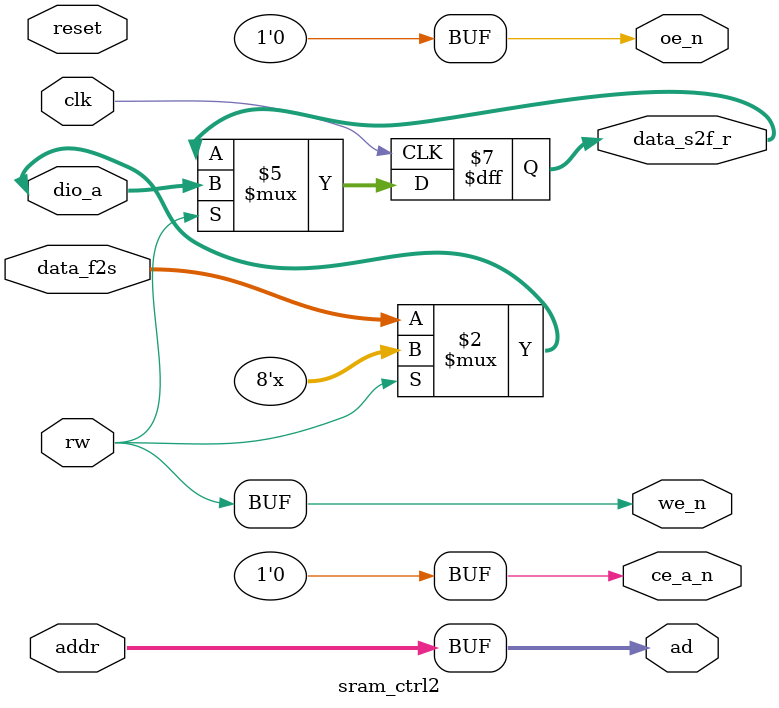
<source format=v>
`timescale 1ns / 1ps


module sram_ctrl2(

  input wire clk,                        //  Clock signal
  input wire reset,                      //  Reset signal

  input wire rw,                         //  With this signal, we select reading or writing operation
  input wire [18:0] addr,                //  Address bus
  input wire [7:0] data_f2s,             //  Data to be writteb in the SRAM
  
  output reg [7:0] data_s2f_r,           //  It is the 8-bit registered data retrieved from the SRAM (the -s2f suffix stands for SRAM to FPGA)
  output wire [18:0] ad,                 //  Address bus
  output wire we_n,                      //  Write enable (active-low)
  output wire oe_n,                      //  Output enable (active-low)

  inout wire [7:0] dio_a,                //  Data bus
  output wire ce_a_n                     //  Chip enable (active-low). Disables or enables the chip.
  );

  assign ce_a_n = 1'b0;
  assign oe_n = 1'b0;
  assign we_n = rw;
  assign ad = addr;
  
  assign dio_a = (rw == 1'b1)? 8'hZZ : data_f2s;
  
  always @(posedge clk) begin
    if (rw == 1'b1)
      data_s2f_r <= dio_a;
  end
endmodule
</source>
